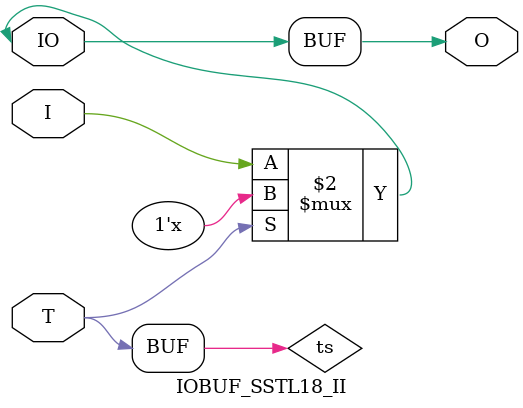
<source format=v>

/*

FUNCTION	: INPUT TRI-STATE OUTPUT BUFFER

*/

`celldefine
`timescale  100 ps / 10 ps

module IOBUF_SSTL18_II (O, IO, I, T);

    output O;

    inout  IO;

    input  I, T;

    or O1 (ts, 1'b0, T);
    bufif0 T1 (IO, I, ts);

    buf B1 (O, IO);

endmodule

</source>
